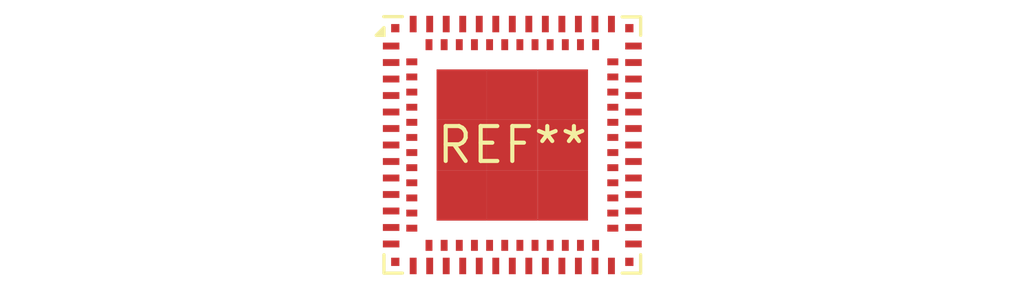
<source format=kicad_pcb>
(kicad_pcb (version 20240108) (generator pcbnew)
  (layers (0 "F.Cu" signal) (31 "B.Cu" signal) (34 "B.Paste" user) (35 "F.Paste" user) (36 "B.SilkS" user "B.Silkscreen") (37 "F.SilkS" user "F.Silkscreen") (38 "B.Mask" user) (39 "F.Mask" user) (44 "Edge.Cuts" user))
  (net 0 "")
  (footprint "Texas_WQFN-MR-100_3x3-DapStencil" (layer "F.Cu") (at 0 0)
    (property "Reference" "REF**")
    (property "Value" "Texas_WQFN-MR-100_3x3-DapStencil")
    (fp_line (start -4.67 -4.67) (end -3.99 -4.67) (layer "F.SilkS") (stroke (width 0.12)))
    (fp_line (start -4.66 3.99) (end -4.66 4.66) (layer "F.SilkS") (stroke (width 0.12)))
    (fp_line (start -4.66 4.66) (end -3.99 4.66) (layer "F.SilkS") (stroke (width 0.12)))
    (fp_line (start 4.66 -4.66) (end 3.99 -4.66) (layer "F.SilkS") (stroke (width 0.12)))
    (fp_line (start 4.66 -3.99) (end 4.66 -4.66) (layer "F.SilkS") (stroke (width 0.12)))
    (fp_line (start 4.66 3.99) (end 4.66 4.66) (layer "F.SilkS") (stroke (width 0.12)))
    (fp_line (start 4.66 4.66) (end 3.99 4.66) (layer "F.SilkS") (stroke (width 0.12)))
    (fp_poly (pts (xy -4.66 -3.99) (xy -4.94 -3.99) (xy -4.66 -4.27) (xy -4.66 -3.99)) (layer "F.SilkS") (stroke (width 0.12)) (fill solid))
    (pad "A1" smd rect (at -4.4 -3.6 90) (size 0.25 0.6) (layers "F.Cu" "F.Paste" "F.Mask"))
    (pad "A2" smd rect (at -4.4 -3 90) (size 0.25 0.6) (layers "F.Cu" "F.Paste" "F.Mask"))
    (pad "A3" smd rect (at -4.4 -2.4 90) (size 0.25 0.6) (layers "F.Cu" "F.Paste" "F.Mask"))
    (pad "A4" smd rect (at -4.4 -1.8 90) (size 0.25 0.6) (layers "F.Cu" "F.Paste" "F.Mask"))
    (pad "A5" smd rect (at -4.4 -1.2 90) (size 0.25 0.6) (layers "F.Cu" "F.Paste" "F.Mask"))
    (pad "A6" smd rect (at -4.4 -0.6 90) (size 0.25 0.6) (layers "F.Cu" "F.Paste" "F.Mask"))
    (pad "A7" smd rect (at -4.4 0 90) (size 0.25 0.6) (layers "F.Cu" "F.Paste" "F.Mask"))
    (pad "A8" smd rect (at -4.4 0.6 90) (size 0.25 0.6) (layers "F.Cu" "F.Paste" "F.Mask"))
    (pad "A9" smd rect (at -4.4 1.2 90) (size 0.25 0.6) (layers "F.Cu" "F.Paste" "F.Mask"))
    (pad "A10" smd rect (at -4.4 1.8 90) (size 0.25 0.6) (layers "F.Cu" "F.Paste" "F.Mask"))
    (pad "A11" smd rect (at -4.4 2.4 90) (size 0.25 0.6) (layers "F.Cu" "F.Paste" "F.Mask"))
    (pad "A12" smd rect (at -4.4 3 90) (size 0.25 0.6) (layers "F.Cu" "F.Paste" "F.Mask"))
    (pad "A13" smd rect (at -4.4 3.6 90) (size 0.25 0.6) (layers "F.Cu" "F.Paste" "F.Mask"))
    (pad "A14" smd rect (at -3.6 4.4) (size 0.25 0.6) (layers "F.Cu" "F.Paste" "F.Mask"))
    (pad "A15" smd rect (at -3 4.4) (size 0.25 0.6) (layers "F.Cu" "F.Paste" "F.Mask"))
    (pad "A16" smd rect (at -2.4 4.4) (size 0.25 0.6) (layers "F.Cu" "F.Paste" "F.Mask"))
    (pad "A17" smd rect (at -1.8 4.4) (size 0.25 0.6) (layers "F.Cu" "F.Paste" "F.Mask"))
    (pad "A18" smd rect (at -1.2 4.4) (size 0.25 0.6) (layers "F.Cu" "F.Paste" "F.Mask"))
    (pad "A19" smd rect (at -0.6 4.4) (size 0.25 0.6) (layers "F.Cu" "F.Paste" "F.Mask"))
    (pad "A20" smd rect (at 0 4.4) (size 0.25 0.6) (layers "F.Cu" "F.Paste" "F.Mask"))
    (pad "A21" smd rect (at 0.6 4.4) (size 0.25 0.6) (layers "F.Cu" "F.Paste" "F.Mask"))
    (pad "A22" smd rect (at 1.2 4.4) (size 0.25 0.6) (layers "F.Cu" "F.Paste" "F.Mask"))
    (pad "A23" smd rect (at 1.8 4.4) (size 0.25 0.6) (layers "F.Cu" "F.Paste" "F.Mask"))
    (pad "A24" smd rect (at 2.4 4.4) (size 0.25 0.6) (layers "F.Cu" "F.Paste" "F.Mask"))
    (pad "A25" smd rect (at 3 4.4) (size 0.25 0.6) (layers "F.Cu" "F.Paste" "F.Mask"))
    (pad "A26" smd rect (at 3.6 4.4) (size 0.25 0.6) (layers "F.Cu" "F.Paste" "F.Mask"))
    (pad "A27" smd rect (at 4.4 3.6 90) (size 0.25 0.6) (layers "F.Cu" "F.Paste" "F.Mask"))
    (pad "A28" smd rect (at 4.4 3 90) (size 0.25 0.6) (layers "F.Cu" "F.Paste" "F.Mask"))
    (pad "A29" smd rect (at 4.4 2.4 90) (size 0.25 0.6) (layers "F.Cu" "F.Paste" "F.Mask"))
    (pad "A30" smd rect (at 4.4 1.8 90) (size 0.25 0.6) (layers "F.Cu" "F.Paste" "F.Mask"))
    (pad "A31" smd rect (at 4.4 1.2 90) (size 0.25 0.6) (layers "F.Cu" "F.Paste" "F.Mask"))
    (pad "A32" smd rect (at 4.4 0.6 90) (size 0.25 0.6) (layers "F.Cu" "F.Paste" "F.Mask"))
    (pad "A33" smd rect (at 4.4 0 90) (size 0.25 0.6) (layers "F.Cu" "F.Paste" "F.Mask"))
    (pad "A34" smd rect (at 4.4 -0.6 90) (size 0.25 0.6) (layers "F.Cu" "F.Paste" "F.Mask"))
    (pad "A35" smd rect (at 4.4 -1.2 90) (size 0.25 0.6) (layers "F.Cu" "F.Paste" "F.Mask"))
    (pad "A36" smd rect (at 4.4 -1.8 90) (size 0.25 0.6) (layers "F.Cu" "F.Paste" "F.Mask"))
    (pad "A37" smd rect (at 4.4 -2.4 90) (size 0.25 0.6) (layers "F.Cu" "F.Paste" "F.Mask"))
    (pad "A38" smd rect (at 4.4 -3 90) (size 0.25 0.6) (layers "F.Cu" "F.Paste" "F.Mask"))
    (pad "A39" smd rect (at 4.4 -3.6 90) (size 0.25 0.6) (layers "F.Cu" "F.Paste" "F.Mask"))
    (pad "A40" smd rect (at 3.6 -4.4) (size 0.25 0.6) (layers "F.Cu" "F.Paste" "F.Mask"))
    (pad "A41" smd rect (at 3 -4.4) (size 0.25 0.6) (layers "F.Cu" "F.Paste" "F.Mask"))
    (pad "A42" smd rect (at 2.4 -4.4) (size 0.25 0.6) (layers "F.Cu" "F.Paste" "F.Mask"))
    (pad "A43" smd rect (at 1.8 -4.4) (size 0.25 0.6) (layers "F.Cu" "F.Paste" "F.Mask"))
    (pad "A44" smd rect (at 1.2 -4.4) (size 0.25 0.6) (layers "F.Cu" "F.Paste" "F.Mask"))
    (pad "A45" smd rect (at 0.6 -4.4) (size 0.25 0.6) (layers "F.Cu" "F.Paste" "F.Mask"))
    (pad "A46" smd rect (at 0 -4.4) (size 0.25 0.6) (layers "F.Cu" "F.Paste" "F.Mask"))
    (pad "A47" smd rect (at -0.6 -4.4) (size 0.25 0.6) (layers "F.Cu" "F.Paste" "F.Mask"))
    (pad "A48" smd rect (at -1.2 -4.4) (size 0.25 0.6) (layers "F.Cu" "F.Paste" "F.Mask"))
    (pad "A49" smd rect (at -1.8 -4.4) (size 0.25 0.6) (layers "F.Cu" "F.Paste" "F.Mask"))
    (pad "A50" smd rect (at -2.4 -4.4) (size 0.25 0.6) (layers "F.Cu" "F.Paste" "F.Mask"))
    (pad "A51" smd rect (at -3 -4.4) (size 0.25 0.6) (layers "F.Cu" "F.Paste" "F.Mask"))
    (pad "A52" smd rect (at -3.6 -4.4) (size 0.25 0.6) (layers "F.Cu" "F.Paste" "F.Mask"))
    (pad "A53" smd rect (at -1.835 -1.835) (size 1.83 1.83) (layers "F.Cu" "F.Paste" "F.Mask"))
    (pad "A53" smd rect (at -1.835 0) (size 1.83 1.84) (layers "F.Cu" "F.Paste" "F.Mask"))
    (pad "A53" smd rect (at -1.835 1.835) (size 1.83 1.83) (layers "F.Cu" "F.Paste" "F.Mask"))
    (pad "A53" smd rect (at 0 -1.835) (size 1.84 1.83) (layers "F.Cu" "F.Paste" "F.Mask"))
    (pad "A53" smd rect (at 0 0) (size 1.84 1.84) (layers "F.Cu" "F.Paste" "F.Mask"))
    (pad "A53" smd rect (at 0 1.835) (size 1.84 1.83) (layers "F.Cu" "F.Paste" "F.Mask"))
    (pad "A53" smd rect (at 1.835 -1.835) (size 1.83 1.83) (layers "F.Cu" "F.Paste" "F.Mask"))
    (pad "A53" smd rect (at 1.835 0) (size 1.83 1.84) (layers "F.Cu" "F.Paste" "F.Mask"))
    (pad "A53" smd rect (at 1.835 1.835) (size 1.83 1.83) (layers "F.Cu" "F.Paste" "F.Mask"))
    (pad "B1" smd rect (at -3.65 -3.025 90) (size 0.25 0.4) (layers "F.Cu" "F.Paste" "F.Mask"))
    (pad "B2" smd rect (at -3.65 -2.475 90) (size 0.25 0.4) (layers "F.Cu" "F.Paste" "F.Mask"))
    (pad "B3" smd rect (at -3.65 -1.925 90) (size 0.25 0.4) (layers "F.Cu" "F.Paste" "F.Mask"))
    (pad "B4" smd rect (at -3.65 -1.375 90) (size 0.25 0.4) (layers "F.Cu" "F.Paste" "F.Mask"))
    (pad "B5" smd rect (at -3.65 -0.825 90) (size 0.25 0.4) (layers "F.Cu" "F.Paste" "F.Mask"))
    (pad "B6" smd rect (at -3.65 -0.275 90) (size 0.25 0.4) (layers "F.Cu" "F.Paste" "F.Mask"))
    (pad "B7" smd rect (at -3.65 0.275 90) (size 0.25 0.4) (layers "F.Cu" "F.Paste" "F.Mask"))
    (pad "B8" smd rect (at -3.65 0.825 90) (size 0.25 0.4) (layers "F.Cu" "F.Paste" "F.Mask"))
    (pad "B9" smd rect (at -3.65 1.375 90) (size 0.25 0.4) (layers "F.Cu" "F.Paste" "F.Mask"))
    (pad "B10" smd rect (at -3.65 1.925 90) (size 0.25 0.4) (layers "F.Cu" "F.Paste" "F.Mask"))
    (pad "B11" smd rect (at -3.65 2.475 90) (size 0.25 0.4) (layers "F.Cu" "F.Paste" "F.Mask"))
    (pad "B12" smd rect (at -3.65 3.025 90) (size 0.25 0.4) (layers "F.Cu" "F.Paste" "F.Mask"))
    (pad "B13" smd rect (at -3.025 3.65) (size 0.25 0.4) (layers "F.Cu" "F.Paste" "F.Mask"))
    (pad "B14" smd rect (at -2.475 3.65) (size 0.25 0.4) (layers "F.Cu" "F.Paste" "F.Mask"))
    (pad "B15" smd rect (at -1.925 3.65) (size 0.25 0.4) (layers "F.Cu" "F.Paste" "F.Mask"))
    (pad "B16" smd rect (at -1.375 3.65) (size 0.25 0.4) (layers "F.Cu" "F.Paste" "F.Mask"))
    (pad "B17" smd rect (at -0.825 3.65) (size 0.25 0.4) (layers "F.Cu" "F.Paste" "F.Mask"))
    (pad "B18" smd rect (at -0.275 3.65) (size 0.25 0.4) (layers "F.Cu" "F.Paste" "F.Mask"))
    (pad "B19" smd rect (at 0.275 3.65) (size 0.25 0.4) (layers "F.Cu" "F.Paste" "F.Mask"))
    (pad "B20" smd rect (at 0.825 3.65) (size 0.25 0.4) (layers "F.Cu" "F.Paste" "F.Mask"))
    (pad "B21" smd rect (at 1.375 3.65) (size 0.25 0.4) (layers "F.Cu" "F.Paste" "F.Mask"))
    (pad "B22" smd rect (at 1.925 3.65) (size 0.25 0.4) (layers "F.Cu" "F.Paste" "F.Mask"))
    (pad "B23" smd rect (at 2.475 3.65) (size 0.25 0.4) (layers "F.Cu" "F.Paste" "F.Mask"))
    (pad "B24" smd rect (at 3.025 3.65) (size 0.25 0.4) (layers "F.Cu" "F.Paste" "F.Mask"))
    (pad "B25" smd rect (at 3.65 3.025 90) (size 0.25 0.4) (layers "F.Cu" "F.Paste" "F.Mask"))
    (pad "B26" smd rect (at 3.65 2.475 90) (size 0.25 0.4) (layers "F.Cu" "F.Paste" "F.Mask"))
    (pad "B27" smd rect (at 3.65 1.925 90) (size 0.25 0.4) (layers "F.Cu" "F.Paste" "F.Mask"))
    (pad "B28" smd rect (at 3.65 1.375 90) (size 0.25 0.4) (layers "F.Cu" "F.Paste" "F.Mask"))
    (pad "B29" smd rect (at 3.65 0.825 90) (size 0.25 0.4) (layers "F.Cu" "F.Paste" "F.Mask"))
    (pad "B30" smd rect (at 3.65 0.275 90) (size 0.25 0.4) (layers "F.Cu" "F.Paste" "F.Mask"))
    (pad "B31" smd rect (at 3.65 -0.275 90) (size 0.25 0.4) (layers "F.Cu" "F.Paste" "F.Mask"))
    (pad "B32" smd rect (at 3.65 -0.825 90) (size 0.25 0.4) (layers "F.Cu" "F.Paste" "F.Mask"))
    (pad "B33" smd rect (at 3.65 -1.375 90) (size 0.25 0.4) (layers "F.Cu" "F.Paste" "F.Mask"))
    (pad "B34" smd rect (at 3.65 -1.925 90) (size 0.25 0.4) (layers "F.Cu" "F.Paste" "F.Mask"))
    (pad "B35" smd rect (at 3.65 -2.475 90) (size 0.25 0.4) (layers "F.Cu" "F.Paste" "F.Mask"))
    (pad "B36" smd rect (at 3.65 -3.025 90) (size 0.25 0.4) (layers "F.Cu" "F.Paste" "F.Mask"))
    (pad "B37" smd rect (at 3.025 -3.65) (size 0.25 0.4) (layers "F.Cu" "F.Paste" "F.Mask"))
    (pad "B38" smd rect (at 2.475 -3.65) (size 0.25 0.4) (layers "F.Cu" "F.Paste" "F.Mask"))
    (pad "B39" smd rect (at 1.925 -3.65) (size 0.25 0.4) (layers "F.Cu" "F.Paste" "F.Mask"))
    (pad "B40" smd rect (at 1.375 -3.65) (size 0.25 0.4) (layers "F.Cu" "F.Paste" "F.Mask"))
    (pad "B41" smd rect (at 0.825 -3.65) (size 0.25 0.4) (layers "F.Cu" "F.Paste" "F.Mask"))
    (pad "B42" smd rect (at 0.275 -3.65) (size 0.25 0.4) (layers "F.Cu" "F.Paste" "F.Mask"))
    (pad "B43" smd rect (at -0.275 -3.65) (size 0.25 0.4) (layers "F.Cu" "F.Paste" "F.Mask"))
    (pad "B44" smd rect (at -0.825 -3.65) (size 0.25 0.4) (layers "F.Cu" "F.Paste" "F.Mask"))
    (pad "B45" smd rect (at -1.375 -3.65) (size 0.25 0.4) (layers "F.Cu" "F.Paste" "F.Mask"))
    (pad "B46" smd rect (at -1.925 -3.65) (size 0.25 0.4) (layers "F.Cu" "F.Paste" "F.Mask"))
    (pad "B47" smd rect (at -2.475 -3.65) (size 0.25 0.4) (layers "F.Cu" "F.Paste" "F.Mask"))
    (pad "B48" smd rect (at -3.025 -3.65) (size 0.25 0.4) (layers "F.Cu" "F.Paste" "F.Mask"))
    (pad "C1" smd rect (at -4.25 -4.25) (size 0.3 0.3) (layers "F.Cu" "F.Paste" "F.Mask"))
    (pad "C2" smd rect (at -4.25 4.25) (size 0.3 0.3) (layers "F.Cu" "F.Paste" "F.Mask"))
    (pad "C3" smd rect (at 4.25 4.25) (size 0.3 0.3) (layers "F.Cu" "F.Paste" "F.Mask"))
    (pad "C4" smd rect (at 4.25 -4.25) (size 0.3 0.3) (layers "F.Cu" "F.Paste" "F.Mask"))
  )
)
</source>
